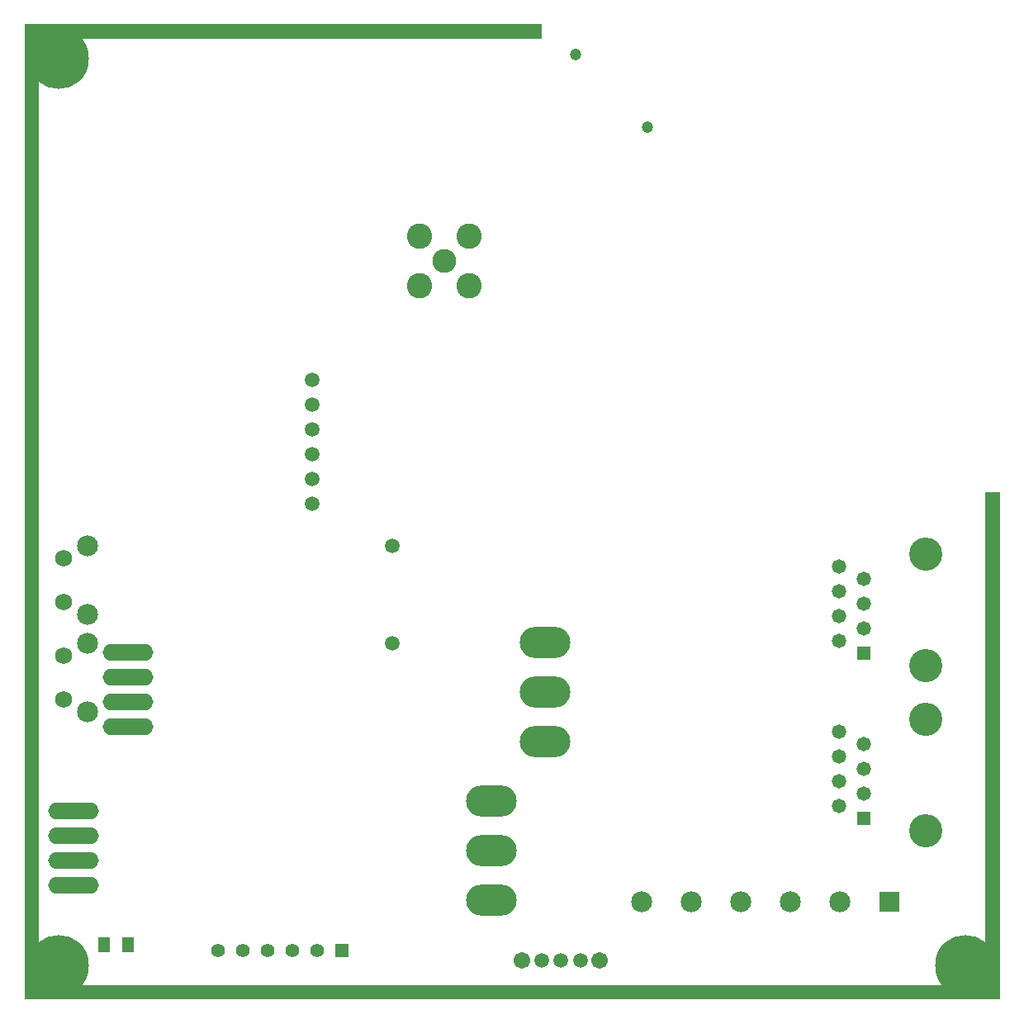
<source format=gbs>
G04*
G04 #@! TF.GenerationSoftware,Altium Limited,Altium Designer,24.5.2 (23)*
G04*
G04 Layer_Color=16711935*
%FSLAX25Y25*%
%MOIN*%
G70*
G04*
G04 #@! TF.SameCoordinates,CA4C738F-C60C-4ACC-8FA1-BFDE70A38C08*
G04*
G04*
G04 #@! TF.FilePolarity,Negative*
G04*
G01*
G75*
%ADD50R,0.04737X0.06391*%
%ADD68C,0.08477*%
%ADD69C,0.06863*%
%ADD70C,0.24422*%
%ADD71C,0.04737*%
%ADD72C,0.10249*%
%ADD73C,0.09658*%
%ADD74C,0.05918*%
%ADD75R,0.05792X0.05792*%
%ADD76C,0.05792*%
%ADD77C,0.13398*%
%ADD78R,0.08477X0.08477*%
%ADD79C,0.05603*%
%ADD80R,0.05603X0.05603*%
%ADD81C,0.06706*%
%ADD117O,0.20485X0.12611*%
%ADD118O,0.20485X0.06706*%
G36*
X5932Y393701D02*
X208661D01*
Y387795D01*
X5932D01*
Y5906D01*
X387795D01*
Y204724D01*
X393701D01*
Y5906D01*
X393701D01*
Y0D01*
X-0D01*
Y5906D01*
X27D01*
Y387795D01*
X0D01*
Y393701D01*
X27D01*
Y393701D01*
X5932D01*
Y393701D01*
D02*
G37*
D50*
X41846Y22321D02*
D03*
X32004D02*
D03*
D68*
X25646Y155492D02*
D03*
Y183091D02*
D03*
Y116122D02*
D03*
Y143720D02*
D03*
X329213Y39370D02*
D03*
X309213D02*
D03*
X289213D02*
D03*
X269213D02*
D03*
X249213D02*
D03*
D69*
X15843Y160433D02*
D03*
Y178150D02*
D03*
Y121063D02*
D03*
Y138779D02*
D03*
D70*
X13780Y13780D02*
D03*
X379921D02*
D03*
X13780Y379921D02*
D03*
D71*
X222441Y381616D02*
D03*
X251362Y352160D02*
D03*
D72*
X159565Y288235D02*
D03*
Y308235D02*
D03*
X179565D02*
D03*
Y288235D02*
D03*
D73*
X169565Y298235D02*
D03*
D74*
X116142Y250079D02*
D03*
Y240079D02*
D03*
Y230079D02*
D03*
Y220079D02*
D03*
Y210079D02*
D03*
Y200079D02*
D03*
X148622Y143701D02*
D03*
Y183071D02*
D03*
X208661Y15748D02*
D03*
X216535D02*
D03*
X224410D02*
D03*
D75*
X338957Y139980D02*
D03*
Y73051D02*
D03*
D76*
X328957Y144980D02*
D03*
X338957Y149980D02*
D03*
X328957Y154980D02*
D03*
X338957Y159980D02*
D03*
X328957Y164980D02*
D03*
X338957Y169980D02*
D03*
X328957Y174980D02*
D03*
Y108051D02*
D03*
X338957Y103051D02*
D03*
X328957Y98051D02*
D03*
X338957Y93051D02*
D03*
X328957Y88051D02*
D03*
X338957Y83051D02*
D03*
X328957Y78051D02*
D03*
D77*
X363957Y134980D02*
D03*
Y179980D02*
D03*
Y113051D02*
D03*
Y68051D02*
D03*
D78*
X349213Y39370D02*
D03*
D79*
X78110Y19685D02*
D03*
X88110D02*
D03*
X98110D02*
D03*
X108110D02*
D03*
X118110D02*
D03*
D80*
X128110D02*
D03*
D81*
X200787Y15748D02*
D03*
X232283D02*
D03*
D117*
X188387Y40124D02*
D03*
Y60124D02*
D03*
Y80124D02*
D03*
X210236Y104016D02*
D03*
Y124016D02*
D03*
Y144016D02*
D03*
D118*
X19883Y46108D02*
D03*
Y56108D02*
D03*
Y66108D02*
D03*
Y76108D02*
D03*
X41732Y110000D02*
D03*
Y120000D02*
D03*
Y130000D02*
D03*
Y140000D02*
D03*
M02*

</source>
